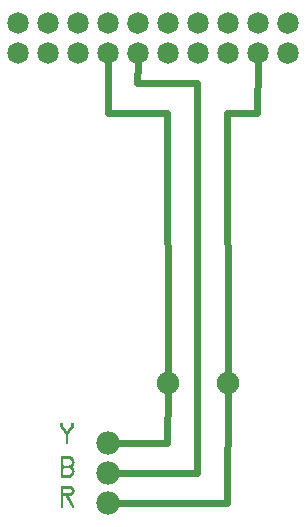
<source format=gtl>
G04 MADE WITH FRITZING*
G04 WWW.FRITZING.ORG*
G04 DOUBLE SIDED*
G04 HOLES PLATED*
G04 CONTOUR ON CENTER OF CONTOUR VECTOR*
%ASAXBY*%
%FSLAX23Y23*%
%MOIN*%
%OFA0B0*%
%SFA1.0B1.0*%
%ADD10C,0.071889*%
%ADD11C,0.071917*%
%ADD12C,0.078000*%
%ADD13C,0.075433*%
%ADD14C,0.024000*%
%ADD15R,0.001000X0.001000*%
%LNCOPPER1*%
G90*
G70*
G54D10*
X73Y2010D03*
X173Y2010D03*
X273Y2010D03*
X373Y2010D03*
G54D11*
X473Y2010D03*
G54D10*
X573Y2010D03*
X673Y2010D03*
X773Y2010D03*
X873Y2010D03*
G54D11*
X973Y2010D03*
X973Y2110D03*
G54D10*
X873Y2110D03*
X773Y2110D03*
X673Y2110D03*
X573Y2110D03*
G54D11*
X473Y2110D03*
G54D10*
X373Y2110D03*
X273Y2110D03*
X173Y2110D03*
X73Y2110D03*
G54D12*
X373Y710D03*
X373Y610D03*
X373Y510D03*
G54D13*
X573Y910D03*
X773Y910D03*
G54D14*
X771Y510D02*
X773Y881D01*
D02*
X403Y510D02*
X771Y510D01*
D02*
X773Y938D02*
X771Y1810D01*
D02*
X771Y1810D02*
X871Y1810D01*
D02*
X871Y1810D02*
X873Y1976D01*
D02*
X372Y1810D02*
X571Y1810D01*
D02*
X571Y1810D02*
X573Y938D01*
D02*
X373Y1976D02*
X372Y1810D01*
D02*
X571Y710D02*
X573Y881D01*
D02*
X403Y710D02*
X571Y710D01*
D02*
X471Y1910D02*
X472Y1976D01*
D02*
X671Y1910D02*
X471Y1910D01*
D02*
X403Y610D02*
X671Y610D01*
D02*
X671Y610D02*
X671Y1910D01*
G54D15*
X216Y776D02*
X219Y776D01*
X253Y776D02*
X256Y776D01*
X215Y775D02*
X221Y775D01*
X252Y775D02*
X258Y775D01*
X214Y774D02*
X221Y774D01*
X251Y774D02*
X258Y774D01*
X214Y773D02*
X222Y773D01*
X251Y773D02*
X259Y773D01*
X213Y772D02*
X222Y772D01*
X250Y772D02*
X259Y772D01*
X213Y771D02*
X222Y771D01*
X250Y771D02*
X259Y771D01*
X213Y770D02*
X222Y770D01*
X250Y770D02*
X259Y770D01*
X213Y769D02*
X222Y769D01*
X250Y769D02*
X259Y769D01*
X213Y768D02*
X222Y768D01*
X250Y768D02*
X259Y768D01*
X213Y767D02*
X222Y767D01*
X250Y767D02*
X259Y767D01*
X213Y766D02*
X222Y766D01*
X250Y766D02*
X259Y766D01*
X213Y765D02*
X222Y765D01*
X250Y765D02*
X259Y765D01*
X213Y764D02*
X223Y764D01*
X249Y764D02*
X259Y764D01*
X213Y763D02*
X224Y763D01*
X248Y763D02*
X259Y763D01*
X214Y762D02*
X225Y762D01*
X248Y762D02*
X259Y762D01*
X215Y761D02*
X226Y761D01*
X247Y761D02*
X258Y761D01*
X215Y760D02*
X226Y760D01*
X246Y760D02*
X257Y760D01*
X216Y759D02*
X227Y759D01*
X245Y759D02*
X256Y759D01*
X217Y758D02*
X228Y758D01*
X244Y758D02*
X255Y758D01*
X218Y757D02*
X229Y757D01*
X244Y757D02*
X255Y757D01*
X218Y756D02*
X229Y756D01*
X243Y756D02*
X254Y756D01*
X219Y755D02*
X230Y755D01*
X242Y755D02*
X253Y755D01*
X220Y754D02*
X231Y754D01*
X241Y754D02*
X252Y754D01*
X221Y753D02*
X232Y753D01*
X241Y753D02*
X252Y753D01*
X222Y752D02*
X233Y752D01*
X240Y752D02*
X251Y752D01*
X222Y751D02*
X233Y751D01*
X239Y751D02*
X250Y751D01*
X223Y750D02*
X234Y750D01*
X238Y750D02*
X249Y750D01*
X224Y749D02*
X235Y749D01*
X238Y749D02*
X248Y749D01*
X225Y748D02*
X248Y748D01*
X225Y747D02*
X247Y747D01*
X226Y746D02*
X246Y746D01*
X227Y745D02*
X245Y745D01*
X228Y744D02*
X245Y744D01*
X229Y743D02*
X244Y743D01*
X229Y742D02*
X243Y742D01*
X230Y741D02*
X242Y741D01*
X231Y740D02*
X241Y740D01*
X232Y739D02*
X241Y739D01*
X232Y738D02*
X240Y738D01*
X232Y737D02*
X240Y737D01*
X232Y736D02*
X240Y736D01*
X232Y735D02*
X240Y735D01*
X232Y734D02*
X240Y734D01*
X232Y733D02*
X240Y733D01*
X232Y732D02*
X240Y732D01*
X232Y731D02*
X240Y731D01*
X232Y730D02*
X240Y730D01*
X232Y729D02*
X240Y729D01*
X232Y728D02*
X240Y728D01*
X232Y727D02*
X240Y727D01*
X232Y726D02*
X240Y726D01*
X232Y725D02*
X240Y725D01*
X232Y724D02*
X240Y724D01*
X232Y723D02*
X240Y723D01*
X232Y722D02*
X240Y722D01*
X232Y721D02*
X240Y721D01*
X232Y720D02*
X240Y720D01*
X232Y719D02*
X240Y719D01*
X232Y718D02*
X240Y718D01*
X232Y717D02*
X240Y717D01*
X232Y716D02*
X240Y716D01*
X232Y715D02*
X240Y715D01*
X232Y714D02*
X240Y714D01*
X232Y713D02*
X240Y713D01*
X232Y712D02*
X240Y712D01*
X232Y711D02*
X240Y711D01*
X232Y710D02*
X240Y710D01*
X232Y709D02*
X240Y709D01*
X232Y708D02*
X240Y708D01*
X232Y707D02*
X240Y707D01*
X233Y706D02*
X239Y706D01*
X234Y705D02*
X239Y705D01*
X236Y704D02*
X236Y704D01*
X215Y665D02*
X246Y665D01*
X215Y664D02*
X249Y664D01*
X215Y663D02*
X251Y663D01*
X215Y662D02*
X252Y662D01*
X215Y661D02*
X254Y661D01*
X215Y660D02*
X255Y660D01*
X215Y659D02*
X256Y659D01*
X215Y658D02*
X256Y658D01*
X215Y657D02*
X257Y657D01*
X215Y656D02*
X224Y656D01*
X243Y656D02*
X258Y656D01*
X215Y655D02*
X223Y655D01*
X247Y655D02*
X258Y655D01*
X215Y654D02*
X223Y654D01*
X248Y654D02*
X259Y654D01*
X215Y653D02*
X223Y653D01*
X249Y653D02*
X259Y653D01*
X215Y652D02*
X223Y652D01*
X250Y652D02*
X260Y652D01*
X215Y651D02*
X223Y651D01*
X251Y651D02*
X260Y651D01*
X215Y650D02*
X223Y650D01*
X251Y650D02*
X260Y650D01*
X215Y649D02*
X223Y649D01*
X252Y649D02*
X260Y649D01*
X215Y648D02*
X223Y648D01*
X252Y648D02*
X260Y648D01*
X215Y647D02*
X223Y647D01*
X252Y647D02*
X260Y647D01*
X215Y646D02*
X223Y646D01*
X252Y646D02*
X261Y646D01*
X215Y645D02*
X223Y645D01*
X252Y645D02*
X261Y645D01*
X215Y644D02*
X223Y644D01*
X252Y644D02*
X261Y644D01*
X215Y643D02*
X223Y643D01*
X252Y643D02*
X260Y643D01*
X215Y642D02*
X223Y642D01*
X252Y642D02*
X260Y642D01*
X215Y641D02*
X223Y641D01*
X252Y641D02*
X260Y641D01*
X215Y640D02*
X223Y640D01*
X251Y640D02*
X260Y640D01*
X215Y639D02*
X223Y639D01*
X251Y639D02*
X260Y639D01*
X215Y638D02*
X223Y638D01*
X250Y638D02*
X260Y638D01*
X215Y637D02*
X223Y637D01*
X250Y637D02*
X259Y637D01*
X215Y636D02*
X223Y636D01*
X249Y636D02*
X259Y636D01*
X215Y635D02*
X223Y635D01*
X247Y635D02*
X259Y635D01*
X215Y634D02*
X224Y634D01*
X244Y634D02*
X258Y634D01*
X215Y633D02*
X257Y633D01*
X215Y632D02*
X257Y632D01*
X215Y631D02*
X256Y631D01*
X215Y630D02*
X255Y630D01*
X215Y629D02*
X254Y629D01*
X215Y628D02*
X255Y628D01*
X215Y627D02*
X256Y627D01*
X215Y626D02*
X257Y626D01*
X215Y625D02*
X257Y625D01*
X215Y624D02*
X224Y624D01*
X245Y624D02*
X258Y624D01*
X215Y623D02*
X223Y623D01*
X248Y623D02*
X259Y623D01*
X215Y622D02*
X223Y622D01*
X249Y622D02*
X259Y622D01*
X215Y621D02*
X223Y621D01*
X250Y621D02*
X259Y621D01*
X215Y620D02*
X223Y620D01*
X251Y620D02*
X260Y620D01*
X215Y619D02*
X223Y619D01*
X251Y619D02*
X260Y619D01*
X215Y618D02*
X223Y618D01*
X252Y618D02*
X260Y618D01*
X215Y617D02*
X223Y617D01*
X252Y617D02*
X260Y617D01*
X215Y616D02*
X223Y616D01*
X252Y616D02*
X260Y616D01*
X215Y615D02*
X223Y615D01*
X252Y615D02*
X260Y615D01*
X215Y614D02*
X223Y614D01*
X252Y614D02*
X261Y614D01*
X215Y613D02*
X223Y613D01*
X252Y613D02*
X261Y613D01*
X215Y612D02*
X223Y612D01*
X252Y612D02*
X261Y612D01*
X215Y611D02*
X223Y611D01*
X252Y611D02*
X260Y611D01*
X215Y610D02*
X223Y610D01*
X252Y610D02*
X260Y610D01*
X215Y609D02*
X223Y609D01*
X252Y609D02*
X260Y609D01*
X215Y608D02*
X223Y608D01*
X251Y608D02*
X260Y608D01*
X215Y607D02*
X223Y607D01*
X251Y607D02*
X260Y607D01*
X215Y606D02*
X223Y606D01*
X250Y606D02*
X260Y606D01*
X215Y605D02*
X223Y605D01*
X249Y605D02*
X259Y605D01*
X215Y604D02*
X223Y604D01*
X248Y604D02*
X259Y604D01*
X215Y603D02*
X223Y603D01*
X247Y603D02*
X258Y603D01*
X215Y602D02*
X258Y602D01*
X215Y601D02*
X257Y601D01*
X215Y600D02*
X256Y600D01*
X215Y599D02*
X255Y599D01*
X215Y598D02*
X255Y598D01*
X215Y597D02*
X253Y597D01*
X215Y596D02*
X252Y596D01*
X215Y595D02*
X250Y595D01*
X215Y594D02*
X248Y594D01*
X215Y593D02*
X245Y593D01*
X215Y565D02*
X250Y565D01*
X215Y564D02*
X253Y564D01*
X215Y563D02*
X254Y563D01*
X215Y562D02*
X256Y562D01*
X215Y561D02*
X257Y561D01*
X215Y560D02*
X257Y560D01*
X215Y559D02*
X258Y559D01*
X215Y558D02*
X259Y558D01*
X215Y557D02*
X259Y557D01*
X215Y556D02*
X224Y556D01*
X248Y556D02*
X260Y556D01*
X215Y555D02*
X223Y555D01*
X250Y555D02*
X260Y555D01*
X215Y554D02*
X223Y554D01*
X251Y554D02*
X260Y554D01*
X215Y553D02*
X223Y553D01*
X252Y553D02*
X260Y553D01*
X215Y552D02*
X223Y552D01*
X252Y552D02*
X260Y552D01*
X215Y551D02*
X223Y551D01*
X252Y551D02*
X261Y551D01*
X215Y550D02*
X223Y550D01*
X252Y550D02*
X261Y550D01*
X215Y549D02*
X223Y549D01*
X252Y549D02*
X261Y549D01*
X215Y548D02*
X223Y548D01*
X252Y548D02*
X261Y548D01*
X215Y547D02*
X223Y547D01*
X252Y547D02*
X261Y547D01*
X215Y546D02*
X223Y546D01*
X252Y546D02*
X260Y546D01*
X215Y545D02*
X223Y545D01*
X252Y545D02*
X260Y545D01*
X215Y544D02*
X223Y544D01*
X251Y544D02*
X260Y544D01*
X215Y543D02*
X223Y543D01*
X250Y543D02*
X260Y543D01*
X215Y542D02*
X224Y542D01*
X249Y542D02*
X260Y542D01*
X215Y541D02*
X259Y541D01*
X215Y540D02*
X259Y540D01*
X215Y539D02*
X258Y539D01*
X215Y538D02*
X258Y538D01*
X215Y537D02*
X257Y537D01*
X215Y536D02*
X256Y536D01*
X215Y535D02*
X254Y535D01*
X215Y534D02*
X253Y534D01*
X215Y533D02*
X250Y533D01*
X215Y532D02*
X224Y532D01*
X231Y532D02*
X241Y532D01*
X215Y531D02*
X223Y531D01*
X232Y531D02*
X242Y531D01*
X215Y530D02*
X223Y530D01*
X232Y530D02*
X242Y530D01*
X215Y529D02*
X223Y529D01*
X233Y529D02*
X243Y529D01*
X215Y528D02*
X223Y528D01*
X233Y528D02*
X243Y528D01*
X215Y527D02*
X223Y527D01*
X234Y527D02*
X244Y527D01*
X215Y526D02*
X223Y526D01*
X235Y526D02*
X245Y526D01*
X215Y525D02*
X223Y525D01*
X235Y525D02*
X245Y525D01*
X215Y524D02*
X223Y524D01*
X236Y524D02*
X246Y524D01*
X215Y523D02*
X223Y523D01*
X236Y523D02*
X246Y523D01*
X215Y522D02*
X223Y522D01*
X237Y522D02*
X247Y522D01*
X215Y521D02*
X223Y521D01*
X238Y521D02*
X248Y521D01*
X215Y520D02*
X223Y520D01*
X238Y520D02*
X248Y520D01*
X215Y519D02*
X223Y519D01*
X239Y519D02*
X249Y519D01*
X215Y518D02*
X223Y518D01*
X239Y518D02*
X249Y518D01*
X215Y517D02*
X223Y517D01*
X240Y517D02*
X250Y517D01*
X215Y516D02*
X223Y516D01*
X240Y516D02*
X250Y516D01*
X215Y515D02*
X223Y515D01*
X241Y515D02*
X251Y515D01*
X215Y514D02*
X223Y514D01*
X242Y514D02*
X252Y514D01*
X215Y513D02*
X223Y513D01*
X242Y513D02*
X252Y513D01*
X215Y512D02*
X223Y512D01*
X243Y512D02*
X253Y512D01*
X215Y511D02*
X223Y511D01*
X243Y511D02*
X253Y511D01*
X215Y510D02*
X223Y510D01*
X244Y510D02*
X254Y510D01*
X215Y509D02*
X223Y509D01*
X245Y509D02*
X255Y509D01*
X215Y508D02*
X223Y508D01*
X245Y508D02*
X255Y508D01*
X215Y507D02*
X223Y507D01*
X246Y507D02*
X256Y507D01*
X215Y506D02*
X223Y506D01*
X246Y506D02*
X256Y506D01*
X215Y505D02*
X223Y505D01*
X247Y505D02*
X257Y505D01*
X215Y504D02*
X223Y504D01*
X247Y504D02*
X257Y504D01*
X215Y503D02*
X223Y503D01*
X248Y503D02*
X258Y503D01*
X215Y502D02*
X223Y502D01*
X249Y502D02*
X259Y502D01*
X215Y501D02*
X223Y501D01*
X249Y501D02*
X259Y501D01*
X215Y500D02*
X223Y500D01*
X250Y500D02*
X260Y500D01*
X215Y499D02*
X223Y499D01*
X250Y499D02*
X260Y499D01*
X215Y498D02*
X223Y498D01*
X251Y498D02*
X260Y498D01*
X215Y497D02*
X223Y497D01*
X252Y497D02*
X260Y497D01*
X215Y496D02*
X223Y496D01*
X252Y496D02*
X260Y496D01*
X216Y495D02*
X223Y495D01*
X253Y495D02*
X260Y495D01*
X217Y494D02*
X222Y494D01*
X254Y494D02*
X259Y494D01*
X219Y493D02*
X220Y493D01*
X255Y493D02*
X257Y493D01*
D02*
G04 End of Copper1*
M02*
</source>
